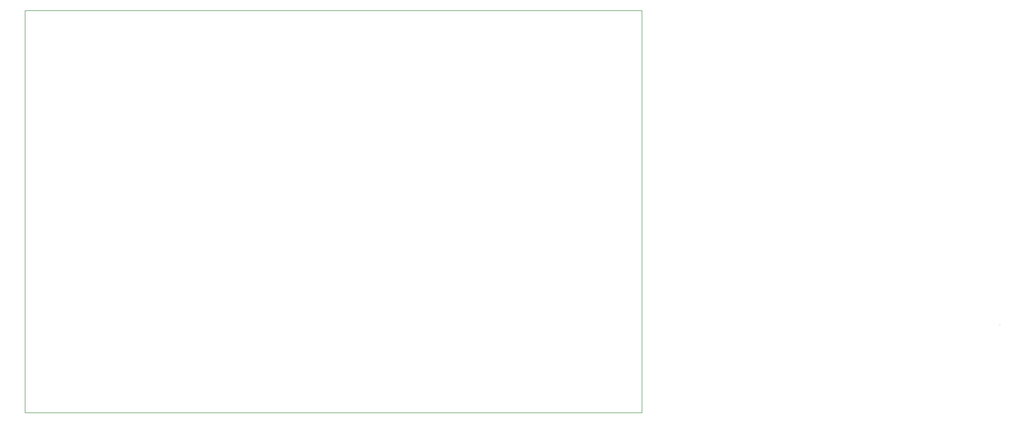
<source format=gbr>
%TF.GenerationSoftware,KiCad,Pcbnew,(6.0.5)*%
%TF.CreationDate,2023-01-08T16:18:02-05:00*%
%TF.ProjectId,GHOUL2,47484f55-4c32-42e6-9b69-6361645f7063,rev?*%
%TF.SameCoordinates,Original*%
%TF.FileFunction,Profile,NP*%
%FSLAX46Y46*%
G04 Gerber Fmt 4.6, Leading zero omitted, Abs format (unit mm)*
G04 Created by KiCad (PCBNEW (6.0.5)) date 2023-01-08 16:18:02*
%MOMM*%
%LPD*%
G01*
G04 APERTURE LIST*
%TA.AperFunction,Profile*%
%ADD10C,0.100000*%
%TD*%
G04 APERTURE END LIST*
D10*
X99060000Y-137160000D02*
X199070000Y-137160000D01*
X199070000Y-137160000D02*
X199070000Y-68580000D01*
X260030000Y-122155000D02*
X260030000Y-122155000D01*
X199070000Y-68580000D02*
X93980000Y-68580000D01*
X93980000Y-137160000D02*
X99060000Y-137160000D01*
X93980000Y-68580000D02*
X93980000Y-137160000D01*
M02*

</source>
